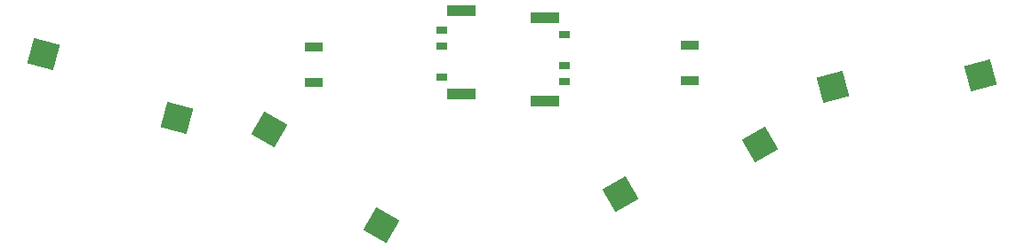
<source format=gtp>
G04 #@! TF.GenerationSoftware,KiCad,Pcbnew,(6.0.9)*
G04 #@! TF.CreationDate,2022-12-29T20:14:13-03:00*
G04 #@! TF.ProjectId,pulso - high,70756c73-6f20-42d2-9068-6967682e6b69,0.3*
G04 #@! TF.SameCoordinates,Original*
G04 #@! TF.FileFunction,Paste,Top*
G04 #@! TF.FilePolarity,Positive*
%FSLAX46Y46*%
G04 Gerber Fmt 4.6, Leading zero omitted, Abs format (unit mm)*
G04 Created by KiCad (PCBNEW (6.0.9)) date 2022-12-29 20:14:13*
%MOMM*%
%LPD*%
G01*
G04 APERTURE LIST*
G04 Aperture macros list*
%AMRotRect*
0 Rectangle, with rotation*
0 The origin of the aperture is its center*
0 $1 length*
0 $2 width*
0 $3 Rotation angle, in degrees counterclockwise*
0 Add horizontal line*
21,1,$1,$2,0,0,$3*%
G04 Aperture macros list end*
%ADD10R,1.000000X0.700000*%
%ADD11R,2.800000X1.000000*%
%ADD12RotRect,2.550000X2.500000X210.000000*%
%ADD13RotRect,2.550000X2.500000X195.000000*%
%ADD14R,1.700000X0.900000*%
%ADD15RotRect,2.550000X2.500000X345.000000*%
%ADD16RotRect,2.550000X2.500000X330.000000*%
G04 APERTURE END LIST*
D10*
X142200000Y-99375000D03*
X142200000Y-96375000D03*
X142200000Y-94875000D03*
D11*
X144100000Y-100975000D03*
X144100000Y-93025000D03*
D10*
X153950000Y-95250000D03*
X153950000Y-98250000D03*
X153950000Y-99750000D03*
D11*
X152050000Y-101600000D03*
X152050000Y-93650000D03*
D12*
X172508152Y-105779295D03*
X159243700Y-110504591D03*
D13*
X179518526Y-100264069D03*
X193553999Y-99132876D03*
D14*
X165892000Y-96313000D03*
X165892000Y-99713000D03*
D15*
X116978452Y-103198220D03*
X104257779Y-97160125D03*
D14*
X130037652Y-99865000D03*
X130037652Y-96465000D03*
D16*
X136513804Y-113491295D03*
X125789352Y-104366591D03*
M02*

</source>
